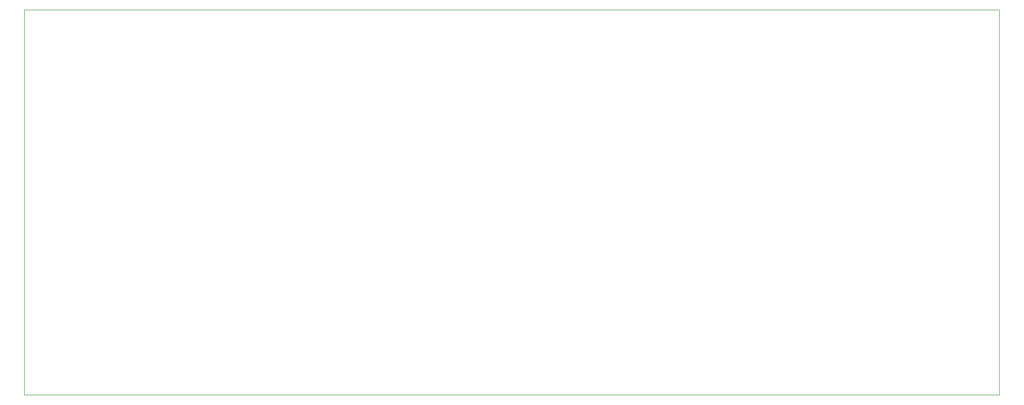
<source format=gbr>
G04 #@! TF.GenerationSoftware,KiCad,Pcbnew,(6.0.7-1)-1*
G04 #@! TF.CreationDate,2022-09-16T02:28:04+09:00*
G04 #@! TF.ProjectId,keyboard,6b657962-6f61-4726-942e-6b696361645f,rev?*
G04 #@! TF.SameCoordinates,Original*
G04 #@! TF.FileFunction,Profile,NP*
%FSLAX46Y46*%
G04 Gerber Fmt 4.6, Leading zero omitted, Abs format (unit mm)*
G04 Created by KiCad (PCBNEW (6.0.7-1)-1) date 2022-09-16 02:28:04*
%MOMM*%
%LPD*%
G01*
G04 APERTURE LIST*
G04 #@! TA.AperFunction,Profile*
%ADD10C,0.200000*%
G04 #@! TD*
G04 APERTURE END LIST*
D10*
X367402500Y-32600000D02*
X367402500Y-166425000D01*
X28790001Y-166425000D02*
G75*
G03*
X28790001Y-166425000I-1J0D01*
G01*
X367402501Y-166425000D02*
G75*
G03*
X367402501Y-166425000I-1J0D01*
G01*
X28790000Y-166425000D02*
X28790000Y-32600000D01*
X28790000Y-32600000D02*
X367402500Y-32600000D01*
X367402500Y-166425000D02*
X28790000Y-166425000D01*
X367402501Y-32600000D02*
G75*
G03*
X367402501Y-32600000I-1J0D01*
G01*
X28790001Y-32600000D02*
G75*
G03*
X28790001Y-32600000I-1J0D01*
G01*
M02*

</source>
